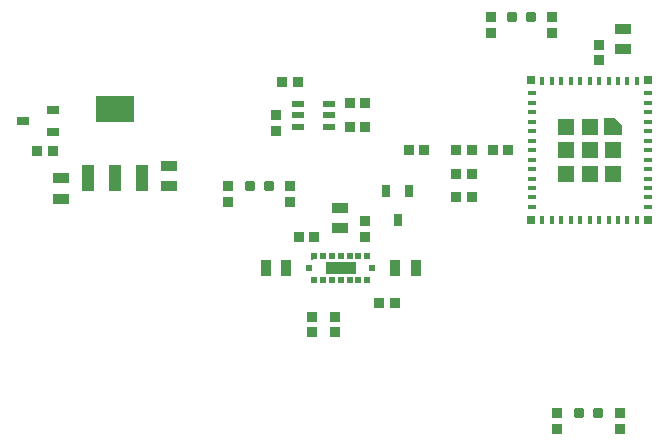
<source format=gbr>
%TF.GenerationSoftware,Altium Limited,Altium Designer,20.1.8 (145)*%
G04 Layer_Color=12040119*
%FSLAX45Y45*%
%MOMM*%
%TF.SameCoordinates,5C14931A-3E48-49F5-90A4-00D45644C4A5*%
%TF.FilePolarity,Positive*%
%TF.FileFunction,Paste,Top*%
%TF.Part,Single*%
G01*
G75*
%TA.AperFunction,SMDPad,CuDef*%
G04:AMPARAMS|DCode=11|XSize=0.85mm|YSize=0.85mm|CornerRadius=0.0425mm|HoleSize=0mm|Usage=FLASHONLY|Rotation=90.000|XOffset=0mm|YOffset=0mm|HoleType=Round|Shape=RoundedRectangle|*
%AMROUNDEDRECTD11*
21,1,0.85000,0.76500,0,0,90.0*
21,1,0.76500,0.85000,0,0,90.0*
1,1,0.08500,0.38250,0.38250*
1,1,0.08500,0.38250,-0.38250*
1,1,0.08500,-0.38250,-0.38250*
1,1,0.08500,-0.38250,0.38250*
%
%ADD11ROUNDEDRECTD11*%
%TA.AperFunction,ConnectorPad*%
%ADD12R,0.40000X0.80000*%
%ADD13R,0.80000X0.40000*%
%TA.AperFunction,BGAPad,CuDef*%
%ADD14R,1.45000X1.45000*%
%TA.AperFunction,SMDPad,CuDef*%
%ADD16R,0.70000X0.70000*%
%TA.AperFunction,BGAPad,CuDef*%
%ADD17R,0.50000X0.50000*%
%TA.AperFunction,SMDPad,CuDef*%
%ADD18R,0.20000X0.15000*%
%ADD19R,2.50000X1.00000*%
G04:AMPARAMS|DCode=20|XSize=3.25mm|YSize=2.15mm|CornerRadius=0.01075mm|HoleSize=0mm|Usage=FLASHONLY|Rotation=180.000|XOffset=0mm|YOffset=0mm|HoleType=Round|Shape=RoundedRectangle|*
%AMROUNDEDRECTD20*
21,1,3.25000,2.12850,0,0,180.0*
21,1,3.22850,2.15000,0,0,180.0*
1,1,0.02150,-1.61425,1.06425*
1,1,0.02150,1.61425,1.06425*
1,1,0.02150,1.61425,-1.06425*
1,1,0.02150,-1.61425,-1.06425*
%
%ADD20ROUNDEDRECTD20*%
G04:AMPARAMS|DCode=21|XSize=1mm|YSize=2.15mm|CornerRadius=0.005mm|HoleSize=0mm|Usage=FLASHONLY|Rotation=180.000|XOffset=0mm|YOffset=0mm|HoleType=Round|Shape=RoundedRectangle|*
%AMROUNDEDRECTD21*
21,1,1.00000,2.14000,0,0,180.0*
21,1,0.99000,2.15000,0,0,180.0*
1,1,0.01000,-0.49500,1.07000*
1,1,0.01000,0.49500,1.07000*
1,1,0.01000,0.49500,-1.07000*
1,1,0.01000,-0.49500,-1.07000*
%
%ADD21ROUNDEDRECTD21*%
G04:AMPARAMS|DCode=22|XSize=0.8mm|YSize=0.8mm|CornerRadius=0.04mm|HoleSize=0mm|Usage=FLASHONLY|Rotation=90.000|XOffset=0mm|YOffset=0mm|HoleType=Round|Shape=RoundedRectangle|*
%AMROUNDEDRECTD22*
21,1,0.80000,0.72000,0,0,90.0*
21,1,0.72000,0.80000,0,0,90.0*
1,1,0.08000,0.36000,0.36000*
1,1,0.08000,0.36000,-0.36000*
1,1,0.08000,-0.36000,-0.36000*
1,1,0.08000,-0.36000,0.36000*
%
%ADD22ROUNDEDRECTD22*%
G04:AMPARAMS|DCode=23|XSize=0.6mm|YSize=1.1mm|CornerRadius=0.03mm|HoleSize=0mm|Usage=FLASHONLY|Rotation=270.000|XOffset=0mm|YOffset=0mm|HoleType=Round|Shape=RoundedRectangle|*
%AMROUNDEDRECTD23*
21,1,0.60000,1.04000,0,0,270.0*
21,1,0.54000,1.10000,0,0,270.0*
1,1,0.06000,-0.52000,-0.27000*
1,1,0.06000,-0.52000,0.27000*
1,1,0.06000,0.52000,0.27000*
1,1,0.06000,0.52000,-0.27000*
%
%ADD23ROUNDEDRECTD23*%
G04:AMPARAMS|DCode=24|XSize=0.85mm|YSize=0.9mm|CornerRadius=0.0425mm|HoleSize=0mm|Usage=FLASHONLY|Rotation=180.000|XOffset=0mm|YOffset=0mm|HoleType=Round|Shape=RoundedRectangle|*
%AMROUNDEDRECTD24*
21,1,0.85000,0.81500,0,0,180.0*
21,1,0.76500,0.90000,0,0,180.0*
1,1,0.08500,-0.38250,0.40750*
1,1,0.08500,0.38250,0.40750*
1,1,0.08500,0.38250,-0.40750*
1,1,0.08500,-0.38250,-0.40750*
%
%ADD24ROUNDEDRECTD24*%
G04:AMPARAMS|DCode=25|XSize=1.275mm|YSize=0.9mm|CornerRadius=0.045mm|HoleSize=0mm|Usage=FLASHONLY|Rotation=180.000|XOffset=0mm|YOffset=0mm|HoleType=Round|Shape=RoundedRectangle|*
%AMROUNDEDRECTD25*
21,1,1.27500,0.81000,0,0,180.0*
21,1,1.18500,0.90000,0,0,180.0*
1,1,0.09000,-0.59250,0.40500*
1,1,0.09000,0.59250,0.40500*
1,1,0.09000,0.59250,-0.40500*
1,1,0.09000,-0.59250,-0.40500*
%
%ADD25ROUNDEDRECTD25*%
G04:AMPARAMS|DCode=26|XSize=0.85mm|YSize=0.85mm|CornerRadius=0.0425mm|HoleSize=0mm|Usage=FLASHONLY|Rotation=180.000|XOffset=0mm|YOffset=0mm|HoleType=Round|Shape=RoundedRectangle|*
%AMROUNDEDRECTD26*
21,1,0.85000,0.76500,0,0,180.0*
21,1,0.76500,0.85000,0,0,180.0*
1,1,0.08500,-0.38250,0.38250*
1,1,0.08500,0.38250,0.38250*
1,1,0.08500,0.38250,-0.38250*
1,1,0.08500,-0.38250,-0.38250*
%
%ADD26ROUNDEDRECTD26*%
G04:AMPARAMS|DCode=27|XSize=1.275mm|YSize=0.9mm|CornerRadius=0.045mm|HoleSize=0mm|Usage=FLASHONLY|Rotation=270.000|XOffset=0mm|YOffset=0mm|HoleType=Round|Shape=RoundedRectangle|*
%AMROUNDEDRECTD27*
21,1,1.27500,0.81000,0,0,270.0*
21,1,1.18500,0.90000,0,0,270.0*
1,1,0.09000,-0.40500,-0.59250*
1,1,0.09000,-0.40500,0.59250*
1,1,0.09000,0.40500,0.59250*
1,1,0.09000,0.40500,-0.59250*
%
%ADD27ROUNDEDRECTD27*%
G04:AMPARAMS|DCode=28|XSize=0.5mm|YSize=1.05mm|CornerRadius=0.025mm|HoleSize=0mm|Usage=FLASHONLY|Rotation=90.000|XOffset=0mm|YOffset=0mm|HoleType=Round|Shape=RoundedRectangle|*
%AMROUNDEDRECTD28*
21,1,0.50000,1.00000,0,0,90.0*
21,1,0.45000,1.05000,0,0,90.0*
1,1,0.05000,0.50000,0.22500*
1,1,0.05000,0.50000,-0.22500*
1,1,0.05000,-0.50000,-0.22500*
1,1,0.05000,-0.50000,0.22500*
%
%ADD28ROUNDEDRECTD28*%
G04:AMPARAMS|DCode=29|XSize=0.6mm|YSize=1.1mm|CornerRadius=0.03mm|HoleSize=0mm|Usage=FLASHONLY|Rotation=0.000|XOffset=0mm|YOffset=0mm|HoleType=Round|Shape=RoundedRectangle|*
%AMROUNDEDRECTD29*
21,1,0.60000,1.04000,0,0,0.0*
21,1,0.54000,1.10000,0,0,0.0*
1,1,0.06000,0.27000,-0.52000*
1,1,0.06000,-0.27000,-0.52000*
1,1,0.06000,-0.27000,0.52000*
1,1,0.06000,0.27000,0.52000*
%
%ADD29ROUNDEDRECTD29*%
G36*
X5483000Y3825600D02*
Y3970600D01*
X5568000D01*
X5628000Y3910601D01*
Y3825600D01*
X5483000D01*
D02*
G37*
D11*
X3956260Y3700600D02*
D03*
X3826260D02*
D03*
X681340Y3693870D02*
D03*
X811340D02*
D03*
X4228215Y3500600D02*
D03*
X4358215D02*
D03*
X4228210Y3300600D02*
D03*
X4358210D02*
D03*
X4228210Y3700600D02*
D03*
X4358210D02*
D03*
X4667479Y3700600D02*
D03*
X4537479D02*
D03*
X3456945Y4100600D02*
D03*
X3326945D02*
D03*
X3326945Y3900019D02*
D03*
X3456945D02*
D03*
X2887082Y4280427D02*
D03*
X2757082D02*
D03*
X3023920Y2968120D02*
D03*
X2893920D02*
D03*
X3708400Y2407920D02*
D03*
X3578400D02*
D03*
D12*
X5758000Y4290601D02*
D03*
X5678000D02*
D03*
X5598000D02*
D03*
X5518000D02*
D03*
X5438000D02*
D03*
X5358000D02*
D03*
X5278000D02*
D03*
X5198000D02*
D03*
X5118000D02*
D03*
X5038000D02*
D03*
X4958000D02*
D03*
Y3110600D02*
D03*
X5038000D02*
D03*
X5118000D02*
D03*
X5198000D02*
D03*
X5278000D02*
D03*
X5358000D02*
D03*
X5438000D02*
D03*
X5518000D02*
D03*
X5598000D02*
D03*
X5678000D02*
D03*
X5758000D02*
D03*
D13*
X4868000Y4180600D02*
D03*
Y4100600D02*
D03*
Y4020601D02*
D03*
Y3940600D02*
D03*
Y3860600D02*
D03*
Y3780601D02*
D03*
Y3700600D02*
D03*
Y3620600D02*
D03*
Y3540600D02*
D03*
Y3460600D02*
D03*
Y3380600D02*
D03*
Y3300600D02*
D03*
Y3220600D02*
D03*
X5848000D02*
D03*
Y3300600D02*
D03*
Y3380600D02*
D03*
Y3460600D02*
D03*
Y3540600D02*
D03*
Y3620600D02*
D03*
Y3700600D02*
D03*
Y3780601D02*
D03*
Y3860600D02*
D03*
Y3940600D02*
D03*
Y4020601D02*
D03*
Y4100600D02*
D03*
Y4180600D02*
D03*
D14*
X5358000Y3700600D02*
D03*
X5555500Y3503100D02*
D03*
Y3700600D02*
D03*
X5358000Y3898100D02*
D03*
X5160500D02*
D03*
Y3700600D02*
D03*
Y3503100D02*
D03*
X5358000D02*
D03*
D16*
X5853000Y4295601D02*
D03*
X4863000D02*
D03*
Y3105600D02*
D03*
X5853000D02*
D03*
D17*
X3399920Y2597920D02*
D03*
X3099920D02*
D03*
X3024920D02*
D03*
Y2807920D02*
D03*
X3099920D02*
D03*
X3474920D02*
D03*
X3174920Y2597920D02*
D03*
Y2807920D02*
D03*
X3249920Y2597920D02*
D03*
Y2807920D02*
D03*
X3324920Y2597920D02*
D03*
Y2807920D02*
D03*
X3399920D02*
D03*
X3474920Y2597920D02*
D03*
X3514920Y2702920D02*
D03*
X2984920D02*
D03*
D18*
X3009920Y2777920D02*
D03*
D19*
X3249920Y2702920D02*
D03*
D20*
X1338660Y4049957D02*
D03*
D21*
X1568660Y3464957D02*
D03*
X1338660D02*
D03*
X1108660D02*
D03*
D22*
X5270500Y1471925D02*
D03*
X5430500D02*
D03*
X4699000Y4826000D02*
D03*
X4859000D02*
D03*
X2642506Y3394718D02*
D03*
X2482506D02*
D03*
D23*
X811340Y4042869D02*
D03*
X811340Y3852869D02*
D03*
X561340Y3947869D02*
D03*
D24*
X5080000Y1471925D02*
D03*
Y1336925D02*
D03*
X5613400Y1471925D02*
D03*
Y1336925D02*
D03*
X2299606Y3394718D02*
D03*
Y3259718D02*
D03*
X2820306Y3394718D02*
D03*
Y3259718D02*
D03*
X4521040Y4826000D02*
D03*
Y4691000D02*
D03*
X5040911Y4826000D02*
D03*
Y4691000D02*
D03*
D25*
X885140Y3464957D02*
D03*
Y3289717D02*
D03*
X5638640Y4553881D02*
D03*
Y4729121D02*
D03*
X1795780Y3394718D02*
D03*
Y3569958D02*
D03*
X3239760Y3037717D02*
D03*
Y3212957D02*
D03*
D26*
X5438000Y4590000D02*
D03*
Y4460000D02*
D03*
X3456500Y3098800D02*
D03*
Y2968800D02*
D03*
X2701550Y3995019D02*
D03*
Y3865019D02*
D03*
X3008920Y2159004D02*
D03*
Y2289004D02*
D03*
X3200320Y2159004D02*
D03*
Y2289004D02*
D03*
D27*
X3708400Y2702920D02*
D03*
X3883640D02*
D03*
X2790771Y2702920D02*
D03*
X2615531Y2702920D02*
D03*
D28*
X3152082Y4090019D02*
D03*
Y3995019D02*
D03*
Y3900019D02*
D03*
X2887082Y3900019D02*
D03*
X2887082Y3995019D02*
D03*
Y4090019D02*
D03*
D29*
X3636260Y3358961D02*
D03*
X3826260D02*
D03*
X3731260Y3108960D02*
D03*
%TF.MD5,4d49dddfcc4d7ff38e3c651245e35502*%
M02*

</source>
